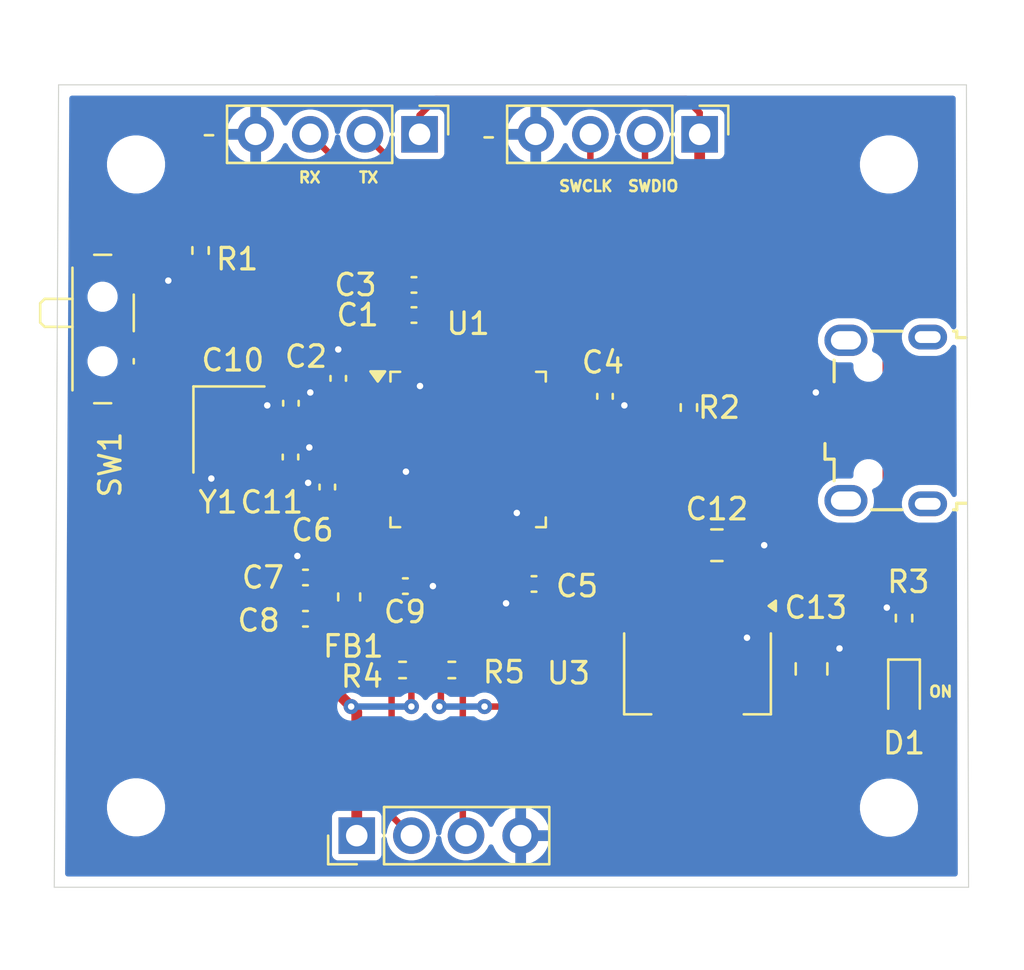
<source format=kicad_pcb>
(kicad_pcb (version 20241229) (generator "pcbnew") (generator_version "9.0")
  (layers (0 "F.Cu" signal) (2 "B.Cu" power) (13 "F.Paste" user) (15 "B.Paste" user) (5 "F.SilkS" user "F.Silkscreen") (7 "B.SilkS" user "B.Silkscreen") (1 "F.Mask" user) (3 "B.Mask" user) (25 "Edge.Cuts" user))
  (net 0 "")
  (net 1 "GND")
  (net 2 "+3.3V")
  (net 3 "+3.3VA")
  (net 4 "/NRST")
  (net 5 "/HSE_IN")
  (net 6 "/HSE_OUT")
  (net 7 "VBUS")
  (net 8 "/PWR_LED_K")
  (net 9 "/SWDIO")
  (net 10 "/SWCLK")
  (net 11 "/USB_D-")
  (net 17 "/USB_D+")
  (net 18 "/USART1_RX")
  (net 19 "/USART1_TX")
  (net 20 "/I2C2_SDA")
  (net 21 "/I2C2_SCL")
  (net 22 "Net-(SW1-B)")
  (net 23 "Net-(U1-BOOT0)")
  (footprint "Package_QFP:LQFP-48_7x7mm_P0.5mm" (layer "F.Cu") (at 120.3375 63.25)
    (property "Reference" "U1" (at 0 -5.85 0) (layer "F.SilkS"))
    (property "Value" "STM32F103C8T6")
    (fp_line (start -3.61 -3.61) (end -3.61 -3.16) (stroke (width 0.12)) (layer "F.SilkS"))
    (fp_line (start -3.61 3.61) (end -3.61 3.16) (stroke (width 0.12)) (layer "F.SilkS"))
    (fp_line (start -3.16 -3.61) (end -3.61 -3.61) (stroke (width 0.12)) (layer "F.SilkS"))
    (fp_line (start -3.16 3.61) (end -3.61 3.61) (stroke (width 0.12)) (layer "F.SilkS"))
    (fp_line (start 3.16 -3.61) (end 3.61 -3.61) (stroke (width 0.12)) (layer "F.SilkS"))
    (fp_line (start 3.16 3.61) (end 3.61 3.61) (stroke (width 0.12)) (layer "F.SilkS"))
    (fp_line (start 3.61 -3.61) (end 3.61 -3.16) (stroke (width 0.12)) (layer "F.SilkS"))
    (fp_line (start 3.61 3.61) (end 3.61 3.16) (stroke (width 0.12)) (layer "F.SilkS"))
    (fp_poly (pts (xy -4.2 -3.16) (xy -4.54 -3.63) (xy -3.86 -3.63) (xy -4.2 -3.16)) (stroke (width 0.12)) (fill yes) (layer "F.SilkS"))
    (pad "1" smd roundrect (at -4.1625 -2.75) (size 1.475 0.3) (layers "F.Cu" "F.Mask" "F.Paste") (net 2 "+3.3V"))
    (pad "2" smd roundrect (at -4.1625 -2.25) (size 1.475 0.3) (layers "F.Cu" "F.Mask" "F.Paste"))
    (pad "3" smd roundrect (at -4.1625 -1.75) (size 1.475 0.3) (layers "F.Cu" "F.Mask" "F.Paste"))
    (pad "4" smd roundrect (at -4.1625 -1.25) (size 1.475 0.3) (layers "F.Cu" "F.Mask" "F.Paste"))
    (pad "5" smd roundrect (at -4.1625 -0.75) (size 1.475 0.3) (layers "F.Cu" "F.Mask" "F.Paste") (net 5 "/HSE_IN"))
    (pad "6" smd roundrect (at -4.1625 -0.25) (size 1.475 0.3) (layers "F.Cu" "F.Mask" "F.Paste") (net 6 "/HSE_OUT"))
    (pad "7" smd roundrect (at -4.1625 0.25) (size 1.475 0.3) (layers "F.Cu" "F.Mask" "F.Paste") (net 4 "/NRST"))
    (pad "8" smd roundrect (at -4.1625 0.75) (size 1.475 0.3) (layers "F.Cu" "F.Mask" "F.Paste") (net 1 "GND"))
    (pad "9" smd roundrect (at -4.1625 1.25) (size 1.475 0.3) (layers "F.Cu" "F.Mask" "F.Paste") (net 3 "+3.3VA"))
    (pad "10" smd roundrect (at -4.1625 1.75) (size 1.475 0.3) (layers "F.Cu" "F.Mask" "F.Paste"))
    (pad "11" smd roundrect (at -4.1625 2.25) (size 1.475 0.3) (layers "F.Cu" "F.Mask" "F.Paste"))
    (pad "12" smd roundrect (at -4.1625 2.75) (size 1.475 0.3) (layers "F.Cu" "F.Mask" "F.Paste"))
    (pad "13" smd roundrect (at -2.75 4.1625) (size 0.3 1.475) (layers "F.Cu" "F.Mask" "F.Paste"))
    (pad "14" smd roundrect (at -2.25 4.1625) (size 0.3 1.475) (layers "F.Cu" "F.Mask" "F.Paste"))
    (pad "15" smd roundrect (at -1.75 4.1625) (size 0.3 1.475) (layers "F.Cu" "F.Mask" "F.Paste"))
    (pad "16" smd roundrect (at -1.25 4.1625) (size 0.3 1.475) (layers "F.Cu" "F.Mask" "F.Paste"))
    (pad "17" smd roundrect (at -0.75 4.1625) (size 0.3 1.475) (layers "F.Cu" "F.Mask" "F.Paste"))
    (pad "18" smd roundrect (at -0.25 4.1625) (size 0.3 1.475) (layers "F.Cu" "F.Mask" "F.Paste"))
    (pad "19" smd roundrect (at 0.25 4.1625) (size 0.3 1.475) (layers "F.Cu" "F.Mask" "F.Paste"))
    (pad "20" smd roundrect (at 0.75 4.1625) (size 0.3 1.475) (layers "F.Cu" "F.Mask" "F.Paste"))
    (pad "21" smd roundrect (at 1.25 4.1625) (size 0.3 1.475) (layers "F.Cu" "F.Mask" "F.Paste") (net 21 "/I2C2_SCL"))
    (pad "22" smd roundrect (at 1.75 4.1625) (size 0.3 1.475) (layers "F.Cu" "F.Mask" "F.Paste") (net 20 "/I2C2_SDA"))
    (pad "23" smd roundrect (at 2.25 4.1625) (size 0.3 1.475) (layers "F.Cu" "F.Mask" "F.Paste") (net 1 "GND"))
    (pad "24" smd roundrect (at 2.75 4.1625) (size 0.3 1.475) (layers "F.Cu" "F.Mask" "F.Paste") (net 2 "+3.3V"))
    (pad "25" smd roundrect (at 4.1625 2.75) (size 1.475 0.3) (layers "F.Cu" "F.Mask" "F.Paste"))
    (pad "26" smd roundrect (at 4.1625 2.25) (size 1.475 0.3) (layers "F.Cu" "F.Mask" "F.Paste"))
    (pad "27" smd roundrect (at 4.1625 1.75) (size 1.475 0.3) (layers "F.Cu" "F.Mask" "F.Paste"))
    (pad "28" smd roundrect (at 4.1625 1.25) (size 1.475 0.3) (layers "F.Cu" "F.Mask" "F.Paste"))
    (pad "29" smd roundrect (at 4.1625 0.75) (size 1.475 0.3) (layers "F.Cu" "F.Mask" "F.Paste"))
    (pad "30" smd roundrect (at 4.1625 0.25) (size 1.475 0.3) (layers "F.Cu" "F.Mask" "F.Paste"))
    (pad "31" smd roundrect (at 4.1625 -0.25) (size 1.475 0.3) (layers "F.Cu" "F.Mask" "F.Paste"))
    (pad "32" smd roundrect (at 4.1625 -0.75) (size 1.475 0.3) (layers "F.Cu" "F.Mask" "F.Paste") (net 11 "/USB_D-"))
    (pad "33" smd roundrect (at 4.1625 -1.25) (size 1.475 0.3) (layers "F.Cu" "F.Mask" "F.Paste") (net 17 "/USB_D+"))
    (pad "34" smd roundrect (at 4.1625 -1.75) (size 1.475 0.3) (layers "F.Cu" "F.Mask" "F.Paste") (net 9 "/SWDIO"))
    (pad "35" smd roundrect (at 4.1625 -2.25) (size 1.475 0.3) (layers "F.Cu" "F.Mask" "F.Paste") (net 1 "GND"))
    (pad "36" smd roundrect (at 4.1625 -2.75) (size 1.475 0.3) (layers "F.Cu" "F.Mask" "F.Paste") (net 2 "+3.3V"))
    (pad "37" smd roundrect (at 2.75 -4.1625) (size 0.3 1.475) (layers "F.Cu" "F.Mask" "F.Paste") (net 10 "/SWCLK"))
    (pad "38" smd roundrect (at 2.25 -4.1625) (size 0.3 1.475) (layers "F.Cu" "F.Mask" "F.Paste"))
    (pad "39" smd roundrect (at 1.75 -4.1625) (size 0.3 1.475) (layers "F.Cu" "F.Mask" "F.Paste"))
    (pad "40" smd roundrect (at 1.25 -4.1625) (size 0.3 1.475) (layers "F.Cu" "F.Mask" "F.Paste"))
    (pad "41" smd roundrect (at 0.75 -4.1625) (size 0.3 1.475) (layers "F.Cu" "F.Mask" "F.Paste"))
    (pad "42" smd roundrect (at 0.25 -4.1625) (size 0.3 1.475) (layers "F.Cu" "F.Mask" "F.Paste") (net 19 "/USART1_TX"))
    (pad "43" smd roundrect (at -0.25 -4.1625) (size 0.3 1.475) (layers "F.Cu" "F.Mask" "F.Paste") (net 18 "/USART1_RX"))
    (pad "44" smd roundrect (at -0.75 -4.1625) (size 0.3 1.475) (layers "F.Cu" "F.Mask" "F.Paste") (net 23 "Net-(U1-BOOT0)"))
    (pad "45" smd roundrect (at -1.25 -4.1625) (size 0.3 1.475) (layers "F.Cu" "F.Mask" "F.Paste"))
    (pad "46" smd roundrect (at -1.75 -4.1625) (size 0.3 1.475) (layers "F.Cu" "F.Mask" "F.Paste"))
    (pad "47" smd roundrect (at -2.25 -4.1625) (size 0.3 1.475) (layers "F.Cu" "F.Mask" "F.Paste") (net 1 "GND"))
    (pad "48" smd roundrect (at -2.75 -4.1625) (size 0.3 1.475) (layers "F.Cu" "F.Mask" "F.Paste") (net 2 "+3.3V"))
  )
  (footprint "Capacitor_SMD:C_0402_1005Metric" (layer "F.Cu") (at 112.776 69.2 180)
    (property "Reference" "C7" (at 1.976 0 0) (layer "F.SilkS"))
    (property "Value" "1uF")
    (fp_line (start -0.107836 0.36) (end 0.107836 0.36) (stroke (width 0.12)) (layer "F.SilkS"))
    (fp_line (start -0.107836 -0.36) (end 0.107836 -0.36) (stroke (width 0.12)) (layer "F.SilkS"))
    (pad "1" smd roundrect (at -0.48 0 180) (size 0.56 0.62) (layers "F.Cu" "F.Mask" "F.Paste") (net 3 "+3.3VA"))
    (pad "2" smd roundrect (at 0.48 0 180) (size 0.56 0.62) (layers "F.Cu" "F.Mask" "F.Paste") (net 1 "GND"))
  )
  (footprint "Capacitor_SMD:C_0402_1005Metric" (layer "F.Cu") (at 117.42 69.6)
    (property "Reference" "C9" (at -0.02 1.2 0) (layer "F.SilkS"))
    (property "Value" "100uF")
    (fp_line (start -0.107836 -0.36) (end 0.107836 -0.36) (stroke (width 0.12)) (layer "F.SilkS"))
    (fp_line (start -0.107836 0.36) (end 0.107836 0.36) (stroke (width 0.12)) (layer "F.SilkS"))
    (pad "1" smd roundrect (at -0.48 0) (size 0.56 0.62) (layers "F.Cu" "F.Mask" "F.Paste") (net 4 "/NRST"))
    (pad "2" smd roundrect (at 0.48 0) (size 0.56 0.62) (layers "F.Cu" "F.Mask" "F.Paste") (net 1 "GND"))
  )
  (footprint "Package_TO_SOT_SMD:SOT-223-3_TabPin2" (layer "F.Cu") (at 131 73.65 -90)
    (property "Reference" "U3" (at 0 6 180) (layer "F.SilkS"))
    (property "Value" "AMS1117-3.3")
    (fp_line (start -1.85 3.41) (end 1.91 3.41) (stroke (width 0.12)) (layer "F.SilkS"))
    (fp_line (start 1.91 3.41) (end 1.91 2.15) (stroke (width 0.12)) (layer "F.SilkS"))
    (fp_line (start -1.85 -3.41) (end 1.91 -3.41) (stroke (width 0.12)) (layer "F.SilkS"))
    (fp_line (start 1.91 -3.41) (end 1.91 -2.15) (stroke (width 0.12)) (layer "F.SilkS"))
    (fp_poly (pts (xy -3.13 -3.31) (xy -3.37 -3.64) (xy -2.89 -3.64) (xy -3.13 -3.31)) (stroke (width 0.12)) (fill yes) (layer "F.SilkS"))
    (pad "1" smd roundrect (at -3.15 -2.3 270) (size 2 1.5) (layers "F.Cu" "F.Mask" "F.Paste") (net 1 "GND"))
    (pad "2" smd roundrect (at -3.15 0 270) (size 2 1.5) (layers "F.Cu" "F.Mask" "F.Paste") (net 2 "+3.3V"))
    (pad "2" smd roundrect (at 3.15 0 270) (size 2 3.8) (layers "F.Cu" "F.Mask" "F.Paste") (net 2 "+3.3V"))
    (pad "3" smd roundrect (at -3.15 2.3 270) (size 2 1.5) (layers "F.Cu" "F.Mask" "F.Paste") (net 7 "VBUS"))
  )
  (footprint "Capacitor_SMD:C_0402_1005Metric" (layer "F.Cu") (at 126.7 60.78 -90)
    (property "Reference" "C4" (at -1.58 0.1 180) (layer "F.SilkS"))
    (property "Value" "100nF")
    (fp_line (start -0.107836 0.36) (end 0.107836 0.36) (stroke (width 0.12)) (layer "F.SilkS"))
    (fp_line (start -0.107836 -0.36) (end 0.107836 -0.36) (stroke (width 0.12)) (layer "F.SilkS"))
    (pad "1" smd roundrect (at -0.48 0 270) (size 0.56 0.62) (layers "F.Cu" "F.Mask" "F.Paste") (net 2 "+3.3V"))
    (pad "2" smd roundrect (at 0.48 0 270) (size 0.56 0.62) (layers "F.Cu" "F.Mask" "F.Paste") (net 1 "GND"))
  )
  (footprint "Capacitor_SMD:C_0402_1005Metric" (layer "F.Cu") (at 123.4 69.5 180)
    (property "Reference" "C5" (at -2 -0.1 0) (layer "F.SilkS"))
    (property "Value" "100nF")
    (fp_line (start -0.107836 0.36) (end 0.107836 0.36) (stroke (width 0.12)) (layer "F.SilkS"))
    (fp_line (start -0.107836 -0.36) (end 0.107836 -0.36) (stroke (width 0.12)) (layer "F.SilkS"))
    (pad "1" smd roundrect (at -0.48 0 180) (size 0.56 0.62) (layers "F.Cu" "F.Mask" "F.Paste") (net 2 "+3.3V"))
    (pad "2" smd roundrect (at 0.48 0 180) (size 0.56 0.62) (layers "F.Cu" "F.Mask" "F.Paste") (net 1 "GND"))
  )
  (footprint "Connector_USB:USB_Micro-B_Wuerth_629105150521" (layer "F.Cu") (at 139.75 61.9 90)
    (property "Reference" "J2")
    (property "Value" "USB_B_Micro")
    (fp_line (start -1.075 -2.825) (end -1.8 -2.825) (stroke (width 0.15)) (layer "F.SilkS"))
    (fp_line (start -1.8 -2.825) (end -1.8 -2.4) (stroke (width 0.15)) (layer "F.SilkS"))
    (fp_line (start 1.8 -2.4) (end 2.8 -2.4) (stroke (width 0.15)) (layer "F.SilkS"))
    (fp_line (start -1.8 -2.4) (end -2.8 -2.4) (stroke (width 0.15)) (layer "F.SilkS"))
    (fp_line (start -4.15 -0.65) (end -4.15 0.75) (stroke (width 0.15)) (layer "F.SilkS"))
    (fp_line (start 4.15 0.75) (end 4.15 -0.65) (stroke (width 0.15)) (layer "F.SilkS"))
    (fp_line (start -4.15 3.15) (end -4.15 3.3) (stroke (width 0.15)) (layer "F.SilkS"))
    (fp_line (start 4.15 3.3) (end 4.15 3.15) (stroke (width 0.15)) (layer "F.SilkS"))
    (fp_line (start 3.85 3.3) (end 4.15 3.3) (stroke (width 0.15)) (layer "F.SilkS"))
    (fp_line (start -3.85 3.3) (end -3.85 3.75) (stroke (width 0.15)) (layer "F.SilkS"))
    (fp_line (start -4.15 3.3) (end -3.85 3.3) (stroke (width 0.15)) (layer "F.SilkS"))
    (fp_line (start 3.85 3.75) (end 3.85 3.3) (stroke (width 0.15)) (layer "F.SilkS"))
    (pad "" np_thru_hole oval (at -2.5 -0.8 90) (size 0.8 0.8) (drill 0.8) (layers "*.Cu" "*.Mask"))
    (pad "" np_thru_hole oval (at 2.5 -0.8 90) (size 0.8 0.8) (drill 0.8) (layers "*.Cu" "*.Mask"))
    (pad "1" smd rect (at -1.3 -1.9 90) (size 0.45 1.3) (layers "F.Cu" "F.Mask" "F.Paste") (net 7 "VBUS"))
    (pad "2" smd rect (at -0.65 -1.9 90) (size 0.45 1.3) (layers "F.Cu" "F.Mask" "F.Paste") (net 11 "/USB_D-"))
    (pad "3" smd rect (at 0 -1.9 90) (size 0.45 1.3) (layers "F.Cu" "F.Mask" "F.Paste") (net 17 "/USB_D+"))
    (pad "4" smd rect (at 0.65 -1.9 90) (size 0.45 1.3) (layers "F.Cu" "F.Mask" "F.Paste"))
    (pad "5" smd rect (at 1.3 -1.9 90) (size 0.45 1.3) (layers "F.Cu" "F.Mask" "F.Paste") (net 1 "GND"))
    (pad "6" thru_hole oval (at -3.875 1.95 90) (size 1.15 1.8) (drill oval 0.55 1.2) (property pad_prop_heatsink) (layers "*.Cu" "*.Mask"))
    (pad "6" thru_hole oval (at -3.725 -1.85 90) (size 1.45 2) (drill oval 0.85 1.4) (property pad_prop_heatsink) (layers "*.Cu" "*.Mask"))
    (pad "6" thru_hole oval (at 3.725 -1.85 90) (size 1.45 2) (drill oval 0.85 1.4) (property pad_prop_heatsink) (layers "*.Cu" "*.Mask"))
    (pad "6" thru_hole oval (at 3.875 1.95 90) (size 1.15 1.8) (drill oval 0.55 1.2) (property pad_prop_heatsink) (layers "*.Cu" "*.Mask"))
  )
  (footprint "MountingHole:MountingHole_2.2mm_M2" (layer "F.Cu") (at 104.9 79.883705)
    (property "Reference" "H4")
    (property "Value" "MountingHole")
    (pad "" np_thru_hole circle (at 0 0) (size 2.2 2.2) (drill 2.2) (layers "*.Cu" "*.Mask"))
  )
  (footprint "MountingHole:MountingHole_2.2mm_M2" (layer "F.Cu") (at 139.9 50)
    (property "Reference" "H2")
    (property "Value" "MountingHole")
    (pad "" np_thru_hole circle (at 0 0) (size 2.2 2.2) (drill 2.2) (layers "*.Cu" "*.Mask"))
  )
  (footprint "Connector_PinHeader_2.54mm:PinHeader_1x04_P2.54mm_Vertical" (layer "F.Cu") (at 115.16 81.2 90)
    (property "Reference" "J4")
    (property "Value" "Conn_01x04_Pin")
    (fp_line (start -1.33 -1.33) (end 0 -1.33) (stroke (width 0.12)) (layer "F.SilkS"))
    (fp_line (start -1.33 0) (end -1.33 -1.33) (stroke (width 0.12)) (layer "F.SilkS"))
    (fp_line (start 1.33 1.27) (end 1.33 8.95) (stroke (width 0.12)) (layer "F.SilkS"))
    (fp_line (start -1.33 1.27) (end 1.33 1.27) (stroke (width 0.12)) (layer "F.SilkS"))
    (fp_line (start -1.33 1.27) (end -1.33 8.95) (stroke (width 0.12)) (layer "F.SilkS"))
    (fp_line (start -1.33 8.95) (end 1.33 8.95) (stroke (width 0.12)) (layer "F.SilkS"))
    (pad "1" thru_hole rect (at 0 0 90) (size 1.7 1.7) (drill 1) (layers "*.Cu" "*.Mask") (net 2 "+3.3V"))
    (pad "2" thru_hole oval (at 0 2.54 90) (size 1.7 1.7) (drill 1) (layers "*.Cu" "*.Mask") (net 21 "/I2C2_SCL"))
    (pad "3" thru_hole oval (at 0 5.08 90) (size 1.7 1.7) (drill 1) (layers "*.Cu" "*.Mask") (net 20 "/I2C2_SDA"))
    (pad "4" thru_hole oval (at 0 7.62 90) (size 1.7 1.7) (drill 1) (layers "*.Cu" "*.Mask") (net 1 "GND"))
  )
  (footprint "Resistor_SMD:R_0402_1005Metric" (layer "F.Cu") (at 130.6 61.3 -90)
    (property "Reference" "R2" (at 0 -1.4 180) (layer "F.SilkS"))
    (property "Value" "1K5")
    (fp_line (start -0.153641 0.38) (end 0.153641 0.38) (stroke (width 0.12)) (layer "F.SilkS"))
    (fp_line (start -0.153641 -0.38) (end 0.153641 -0.38) (stroke (width 0.12)) (layer "F.SilkS"))
    (pad "1" smd roundrect (at -0.51 0 270) (size 0.54 0.64) (layers "F.Cu" "F.Mask" "F.Paste") (net 2 "+3.3V"))
    (pad "2" smd roundrect (at 0.51 0 270) (size 0.54 0.64) (layers "F.Cu" "F.Mask" "F.Paste") (net 17 "/USB_D+"))
  )
  (footprint "Capacitor_SMD:C_0805_2012Metric" (layer "F.Cu") (at 131.9 67.7)
    (property "Reference" "C12" (at 0 -1.68 0) (layer "F.SilkS"))
    (property "Value" "22uF")
    (fp_line (start -0.261252 -0.735) (end 0.261252 -0.735) (stroke (width 0.12)) (layer "F.SilkS"))
    (fp_line (start -0.261252 0.735) (end 0.261252 0.735) (stroke (width 0.12)) (layer "F.SilkS"))
    (pad "1" smd roundrect (at -0.95 0) (size 1 1.45) (layers "F.Cu" "F.Mask" "F.Paste") (net 7 "VBUS"))
    (pad "2" smd roundrect (at 0.95 0) (size 1 1.45) (layers "F.Cu" "F.Mask" "F.Paste") (net 1 "GND"))
  )
  (footprint "Crystal:Crystal_SMD_3225-4Pin_3.2x2.5mm" (layer "F.Cu") (at 109.218 62.32 -90)
    (property "Reference" "Y1" (at 3.384 0.506 180) (layer "F.SilkS"))
    (property "Value" "16GHz")
    (fp_line (start -2 1.65) (end 2 1.65) (stroke (width 0.12)) (layer "F.SilkS"))
    (fp_line (start -2 -1.65) (end -2 1.65) (stroke (width 0.12)) (layer "F.SilkS"))
    (pad "1" smd rect (at -1.1 0.85 270) (size 1.4 1.2) (layers "F.Cu" "F.Mask" "F.Paste") (net 5 "/HSE_IN"))
    (pad "2" smd rect (at 1.1 0.85 270) (size 1.4 1.2) (layers "F.Cu" "F.Mask" "F.Paste") (net 1 "GND"))
    (pad "3" smd rect (at 1.1 -0.85 270) (size 1.4 1.2) (layers "F.Cu" "F.Mask" "F.Paste") (net 6 "/HSE_OUT"))
    (pad "4" smd rect (at -1.1 -0.85 270) (size 1.4 1.2) (layers "F.Cu" "F.Mask" "F.Paste") (net 1 "GND"))
  )
  (footprint "Capacitor_SMD:C_0402_1005Metric" (layer "F.Cu") (at 113.792 64.996 90)
    (property "Reference" "C6" (at -2.004 -0.692 180) (layer "F.SilkS"))
    (property "Value" "10nF")
    (fp_line (start -0.107836 -0.36) (end 0.107836 -0.36) (stroke (width 0.12)) (layer "F.SilkS"))
    (fp_line (start -0.107836 0.36) (end 0.107836 0.36) (stroke (width 0.12)) (layer "F.SilkS"))
    (pad "1" smd roundrect (at -0.48 0 90) (size 0.56 0.62) (layers "F.Cu" "F.Mask" "F.Paste") (net 3 "+3.3VA"))
    (pad "2" smd roundrect (at 0.48 0 90) (size 0.56 0.62) (layers "F.Cu" "F.Mask" "F.Paste") (net 1 "GND"))
  )
  (footprint "Connector_PinHeader_2.54mm:PinHeader_1x04_P2.54mm_Vertical" (layer "F.Cu") (at 131.1 48.6 -90)
    (property "Reference" "J1")
    (property "Value" "Conn_01x04_Pin")
    (fp_line (start -1.33 8.95) (end 1.33 8.95) (stroke (width 0.12)) (layer "F.SilkS"))
    (fp_line (start -1.33 1.27) (end -1.33 8.95) (stroke (width 0.12)) (layer "F.SilkS"))
    (fp_line (start -1.33 1.27) (end 1.33 1.27) (stroke (width 0.12)) (layer "F.SilkS"))
    (fp_line (start 1.33 1.27) (end 1.33 8.95) (stroke (width 0.12)) (layer "F.SilkS"))
    (fp_line (start -1.33 0) (end -1.33 -1.33) (stroke (width 0.12)) (layer "F.SilkS"))
    (fp_line (start -1.33 -1.33) (end 0 -1.33) (stroke (width 0.12)) (layer "F.SilkS"))
    (pad "1" thru_hole rect (at 0 0 270) (size 1.7 1.7) (drill 1) (layers "*.Cu" "*.Mask") (net 2 "+3.3V"))
    (pad "2" thru_hole oval (at 0 2.54 270) (size 1.7 1.7) (drill 1) (layers "*.Cu" "*.Mask") (net 9 "/SWDIO"))
    (pad "3" thru_hole oval (at 0 5.08 270) (size 1.7 1.7) (drill 1) (layers "*.Cu" "*.Mask") (net 10 "/SWCLK"))
    (pad "4" thru_hole oval (at 0 7.62 270) (size 1.7 1.7) (drill 1) (layers "*.Cu" "*.Mask") (net 1 "GND"))
  )
  (footprint "Capacitor_SMD:C_0402_1005Metric" (layer "F.Cu") (at 117.82 55.6)
    (property "Reference" "C3" (at -2.72 0 0) (layer "F.SilkS"))
    (property "Value" "100nF")
    (fp_line (start -0.107836 -0.36) (end 0.107836 -0.36) (stroke (width 0.12)) (layer "F.SilkS"))
    (fp_line (start -0.107836 0.36) (end 0.107836 0.36) (stroke (width 0.12)) (layer "F.SilkS"))
    (pad "1" smd roundrect (at -0.48 0) (size 0.56 0.62) (layers "F.Cu" "F.Mask" "F.Paste") (net 2 "+3.3V"))
    (pad "2" smd roundrect (at 0.48 0) (size 0.56 0.62) (layers "F.Cu" "F.Mask" "F.Paste") (net 1 "GND"))
  )
  (footprint "Resistor_SMD:R_0402_1005Metric" (layer "F.Cu") (at 140.6 71.09 90)
    (property "Reference" "R3" (at 1.69 0.2 180) (layer "F.SilkS"))
    (property "Value" "1K5")
    (fp_line (start -0.153641 -0.38) (end 0.153641 -0.38) (stroke (width 0.12)) (layer "F.SilkS"))
    (fp_line (start -0.153641 0.38) (end 0.153641 0.38) (stroke (width 0.12)) (layer "F.SilkS"))
    (pad "1" smd roundrect (at -0.51 0 90) (size 0.54 0.64) (layers "F.Cu" "F.Mask" "F.Paste") (net 8 "/PWR_LED_K"))
    (pad "2" smd roundrect (at 0.51 0 90) (size 0.54 0.64) (layers "F.Cu" "F.Mask" "F.Paste") (net 1 "GND"))
  )
  (footprint "Capacitor_SMD:C_0402_1005Metric" (layer "F.Cu") (at 114.3 59.944 90)
    (property "Reference" "C2" (at 1.016 -1.5 180) (layer "F.SilkS"))
    (property "Value" "100nF")
    (fp_line (start -0.107836 -0.36) (end 0.107836 -0.36) (stroke (width 0.12)) (layer "F.SilkS"))
    (fp_line (start -0.107836 0.36) (end 0.107836 0.36) (stroke (width 0.12)) (layer "F.SilkS"))
    (pad "1" smd roundrect (at -0.48 0 90) (size 0.56 0.62) (layers "F.Cu" "F.Mask" "F.Paste") (net 2 "+3.3V"))
    (pad "2" smd roundrect (at 0.48 0 90) (size 0.56 0.62) (layers "F.Cu" "F.Mask" "F.Paste") (net 1 "GND"))
  )
  (footprint "Resistor_SMD:R_0402_1005Metric" (layer "F.Cu") (at 117.29 73.5 180)
    (property "Reference" "R4" (at 1.89 -0.3 0) (layer "F.SilkS"))
    (property "Value" "1K5")
    (fp_line (start -0.153641 0.38) (end 0.153641 0.38) (stroke (width 0.12)) (layer "F.SilkS"))
    (fp_line (start -0.153641 -0.38) (end 0.153641 -0.38) (stroke (width 0.12)) (layer "F.SilkS"))
    (pad "1" smd roundrect (at -0.51 0 180) (size 0.54 0.64) (layers "F.Cu" "F.Mask" "F.Paste") (net 2 "+3.3V"))
    (pad "2" smd roundrect (at 0.51 0 180) (size 0.54 0.64) (layers "F.Cu" "F.Mask" "F.Paste") (net 21 "/I2C2_SCL"))
  )
  (footprint "MountingHole:MountingHole_2.2mm_M2" (layer "F.Cu") (at 104.9 50)
    (property "Reference" "H1")
    (property "Value" "MountingHole")
    (pad "" np_thru_hole circle (at 0 0) (size 2.2 2.2) (drill 2.2) (layers "*.Cu" "*.Mask"))
  )
  (footprint "Capacitor_SMD:C_0402_1005Metric" (layer "F.Cu") (at 112.776 71.12 180)
    (property "Reference" "C8" (at 2.176 -0.08 0) (layer "F.SilkS"))
    (property "Value" "1uF")
    (fp_line (start -0.107836 0.36) (end 0.107836 0.36) (stroke (width 0.12)) (layer "F.SilkS"))
    (fp_line (start -0.107836 -0.36) (end 0.107836 -0.36) (stroke (width 0.12)) (layer "F.SilkS"))
    (pad "1" smd roundrect (at -0.48 0 180) (size 0.56 0.62) (layers "F.Cu" "F.Mask" "F.Paste") (net 2 "+3.3V"))
    (pad "2" smd roundrect (at 0.48 0 180) (size 0.56 0.62) (layers "F.Cu" "F.Mask" "F.Paste") (net 1 "GND"))
  )
  (footprint "Capacitor_SMD:C_0402_1005Metric" (layer "F.Cu") (at 112.1 61.1 90)
    (property "Reference" "C10" (at 2 -2.7 180) (layer "F.SilkS"))
    (property "Value" "10pF")
    (fp_line (start -0.107836 -0.36) (end 0.107836 -0.36) (stroke (width 0.12)) (layer "F.SilkS"))
    (fp_line (start -0.107836 0.36) (end 0.107836 0.36) (stroke (width 0.12)) (layer "F.SilkS"))
    (pad "1" smd roundrect (at -0.48 0 90) (size 0.56 0.62) (layers "F.Cu" "F.Mask" "F.Paste") (net 5 "/HSE_IN"))
    (pad "2" smd roundrect (at 0.48 0 90) (size 0.56 0.62) (layers "F.Cu" "F.Mask" "F.Paste") (net 1 "GND"))
  )
  (footprint "Capacitor_SMD:C_0402_1005Metric" (layer "F.Cu") (at 112.08 63.6 90)
    (property "Reference" "C11" (at -2.104 -0.868 180) (layer "F.SilkS"))
    (property "Value" "10pF")
    (fp_line (start -0.107836 -0.36) (end 0.107836 -0.36) (stroke (width 0.12)) (layer "F.SilkS"))
    (fp_line (start -0.107836 0.36) (end 0.107836 0.36) (stroke (width 0.12)) (layer "F.SilkS"))
    (pad "1" smd roundrect (at -0.48 0 90) (size 0.56 0.62) (layers "F.Cu" "F.Mask" "F.Paste") (net 6 "/HSE_OUT"))
    (pad "2" smd roundrect (at 0.48 0 90) (size 0.56 0.62) (layers "F.Cu" "F.Mask" "F.Paste") (net 1 "GND"))
  )
  (footprint "Inductor_SMD:L_0603_1608Metric" (layer "F.Cu") (at 114.808 70.104 -90)
    (property "Reference" "FB1" (at 2.296 -0.192 180) (layer "F.SilkS"))
    (property "Value" "120R")
    (fp_line (start -0.162779 0.51) (end 0.162779 0.51) (stroke (width 0.12)) (layer "F.SilkS"))
    (fp_line (start -0.162779 -0.51) (end 0.162779 -0.51) (stroke (width 0.12)) (layer "F.SilkS"))
    (pad "1" smd roundrect (at -0.7875 0 270) (size 0.875 0.95) (layers "F.Cu" "F.Mask" "F.Paste") (net 3 "+3.3VA"))
    (pad "2" smd roundrect (at 0.7875 0 270) (size 0.875 0.95) (layers "F.Cu" "F.Mask" "F.Paste") (net 2 "+3.3V"))
  )
  (footprint "MountingHole:MountingHole_2.2mm_M2" (layer "F.Cu") (at 139.9 79.9)
    (property "Reference" "H3")
    (property "Value" "MountingHole")
    (pad "" np_thru_hole circle (at 0 0) (size 2.2 2.2) (drill 2.2) (layers "*.Cu" "*.Mask"))
  )
  (footprint "Resistor_SMD:R_0402_1005Metric" (layer "F.Cu") (at 119.58 73.5)
    (property "Reference" "R5" (at 2.42 0.1 0) (layer "F.SilkS"))
    (property "Value" "1K5")
    (fp_line (start -0.153641 -0.38) (end 0.153641 -0.38) (stroke (width 0.12)) (layer "F.SilkS"))
    (fp_line (start -0.153641 0.38) (end 0.153641 0.38) (stroke (width 0.12)) (layer "F.SilkS"))
    (pad "1" smd roundrect (at -0.51 0) (size 0.54 0.64) (layers "F.Cu" "F.Mask" "F.Paste") (net 2 "+3.3V"))
    (pad "2" smd roundrect (at 0.51 0) (size 0.54 0.64) (layers "F.Cu" "F.Mask" "F.Paste") (net 20 "/I2C2_SDA"))
  )
  (footprint "Resistor_SMD:R_0402_1005Metric" (layer "F.Cu") (at 107.9 54 90)
    (property "Reference" "R1" (at -0.4 1.7 180) (layer "F.SilkS"))
    (property "Value" "10K")
    (fp_line (start -0.153641 -0.38) (end 0.153641 -0.38) (stroke (width 0.12)) (layer "F.SilkS"))
    (fp_line (start -0.153641 0.38) (end 0.153641 0.38) (stroke (width 0.12)) (layer "F.SilkS"))
    (pad "1" smd roundrect (at -0.51 0 90) (size 0.54 0.64) (layers "F.Cu" "F.Mask" "F.Paste") (net 22 "Net-(SW1-B)"))
    (pad "2" smd roundrect (at 0.51 0 90) (size 0.54 0.64) (layers "F.Cu" "F.Mask" "F.Paste") (net 23 "Net-(U1-BOOT0)"))
  )
  (footprint "Button_Switch_SMD:SW_SPDT_PCM12" (layer "F.Cu") (at 103.675 57.65 -90)
    (property "Reference" "SW1" (at 6.3 -0.025 90) (layer "F.SilkS"))
    (property "Value" "SW_SPDT")
    (fp_line (start -1.2 3.23) (end -0.3 3.23) (stroke (width 0.12)) (layer "F.SilkS"))
    (fp_line (start -1.4 3.02) (end -1.2 3.23) (stroke (width 0.12)) (layer "F.SilkS"))
    (fp_line (start -0.1 3.02) (end -0.3 3.23) (stroke (width 0.12)) (layer "F.SilkS"))
    (fp_line (start -0.1 3.02) (end -0.1 1.73) (stroke (width 0.12)) (layer "F.SilkS"))
    (fp_line (start -2.85 1.73) (end 2.85 1.73) (stroke (width 0.12)) (layer "F.SilkS"))
    (fp_line (start -1.4 1.73) (end -1.4 3.02) (stroke (width 0.12)) (layer "F.SilkS"))
    (fp_line (start 3.45 0.72) (end 3.45 -0.07) (stroke (width 0.12)) (layer "F.SilkS"))
    (fp_line (start -3.45 -0.07) (end -3.45 0.72) (stroke (width 0.12)) (layer "F.SilkS"))
    (fp_line (start -1.6 -1.12) (end 0.1 -1.12) (stroke (width 0.12)) (layer "F.SilkS"))
    (fp_line (start 1.4 -1.12) (end 1.6 -1.12) (stroke (width 0.12)) (layer "F.SilkS"))
    (pad "" smd rect (at -3.65 -0.78 270) (size 1 0.8) (layers "F.Cu" "F.Mask" "F.Paste"))
    (pad "" smd rect (at -3.65 1.43 270) (size 1 0.8) (layers "F.Cu" "F.Mask" "F.Paste"))
    (pad "" np_thru_hole circle (at -1.5 0.33 270) (size 0.9 0.9) (drill 0.9) (layers "*.Cu" "*.Mask"))
    (pad "" np_thru_hole circle (at 1.5 0.33 270) (size 0.9 0.9) (drill 0.9) (layers "*.Cu" "*.Mask"))
    (pad "" smd rect (at 3.65 -0.78 270) (size 1 0.8) (layers "F.Cu" "F.Mask" "F.Paste"))
    (pad "" smd rect (at 3.65 1.43 270) (size 1 0.8) (layers "F.Cu" "F.Mask" "F.Paste"))
    (pad "1" smd rect (at -2.25 -1.43 270) (size 0.7 1.5) (layers "F.Cu" "F.Mask" "F.Paste") (net 1 "GND"))
    (pad "2" smd rect (at 0.75 -1.43 270) (size 0.7 1.5) (layers "F.Cu" "F.Mask" "F.Paste") (net 22 "Net-(SW1-B)"))
    (pad "3" smd rect (at 2.25 -1.43 270) (size 0.7 1.5) (layers "F.Cu" "F.Mask" "F.Paste") (net 2 "+3.3V"))
  )
  (footprint "Capacitor_SMD:C_0805_2012Metric" (layer "F.Cu") (at 136.3 73.45 90)
    (property "Reference" "C13" (at 2.85 0.2 180) (layer "F.SilkS"))
    (property "Value" "22uF")
    (fp_line (start -0.261252 -0.735) (end 0.261252 -0.735) (stroke (width 0.12)) (layer "F.SilkS"))
    (fp_line (start -0.261252 0.735) (end 0.261252 0.735) (stroke (width 0.12)) (layer "F.SilkS"))
    (pad "1" smd roundrect (at -0.95 0 90) (size 1 1.45) (layers "F.Cu" "F.Mask" "F.Paste") (net 2 "+3.3V"))
    (pad "2" smd roundrect (at 0.95 0 90) (size 1 1.45) (layers "F.Cu" "F.Mask" "F.Paste") (net 1 "GND"))
  )
  (footprint "Connector_PinHeader_2.54mm:PinHeader_1x04_P2.54mm_Vertical" (layer "F.Cu") (at 118.08 48.6 -90)
    (property "Reference" "J3")
    (property "Value" "Conn_01x04_Pin")
    (fp_line (start -1.33 8.95) (end 1.33 8.95) (stroke (width 0.12)) (layer "F.SilkS"))
    (fp_line (start -1.33 1.27) (end -1.33 8.95) (stroke (width 0.12)) (layer "F.SilkS"))
    (fp_line (start -1.33 1.27) (end 1.33 1.27) (stroke (width 0.12)) (layer "F.SilkS"))
    (fp_line (start 1.33 1.27) (end 1.33 8.95) (stroke (width 0.12)) (layer "F.SilkS"))
    (fp_line (start -1.33 0) (end -1.33 -1.33) (stroke (width 0.12)) (layer "F.SilkS"))
    (fp_line (start -1.33 -1.33) (end 0 -1.33) (stroke (width 0.12)) (layer "F.SilkS"))
    (pad "1" thru_hole rect (at 0 0 270) (size 1.7 1.7) (drill 1) (layers "*.Cu" "*.Mask") (net 2 "+3.3V"))
    (pad "2" thru_hole oval (at 0 2.54 270) (size 1.7 1.7) (drill 1) (layers "*.Cu" "*.Mask") (net 19 "/USART1_TX"))
    (pad "3" thru_hole oval (at 0 5.08 270) (size 1.7 1.7) (drill 1) (layers "*.Cu" "*.Mask") (net 18 "/USART1_RX"))
    (pad "4" thru_hole oval (at 0 7.62 270) (size 1.7 1.7) (drill 1) (layers "*.Cu" "*.Mask") (net 1 "GND"))
  )
  (footprint "LED_SMD:LED_0603_1608Metric" (layer "F.Cu") (at 140.6 74.5 -90)
    (property "Reference" "D1" (at 2.4 0 180) (layer "F.SilkS"))
    (property "Value" "LED")
    (fp_line (start -1.485 0.735) (end 0.8 0.735) (stroke (width 0.12)) (layer "F.SilkS"))
    (fp_line (start -1.485 -0.735) (end -1.485 0.735) (stroke (width 0.12)) (layer "F.SilkS"))
    (fp_line (start 0.8 -0.735) (end -1.485 -0.735) (stroke (width 0.12)) (layer "F.SilkS"))
    (pad "1" smd roundrect (at -0.7875 0 270) (size 0.875 0.95) (layers "F.Cu" "F.Mask" "F.Paste") (net 8 "/PWR_LED_K"))
    (pad "2" smd roundrect (at 0.7875 0 270) (size 0.875 0.95) (layers "F.Cu" "F.Mask" "F.Paste") (net 2 "+3.3V"))
  )
  (footprint "Capacitor_SMD:C_0402_1005Metric" (layer "F.Cu") (at 117.82 57)
    (property "Reference" "C1" (at -2.62 0 0) (layer "F.SilkS"))
    (property "Value" "10uF")
    (fp_line (start -0.107836 -0.36) (end 0.107836 -0.36) (stroke (width 0.12)) (layer "F.SilkS"))
    (fp_line (start -0.107836 0.36) (end 0.107836 0.36) (stroke (width 0.12)) (layer "F.SilkS"))
    (pad "1" smd roundrect (at -0.48 0) (size 0.56 0.62) (layers "F.Cu" "F.Mask" "F.Paste") (net 2 "+3.3V"))
    (pad "2" smd roundrect (at 0.48 0) (size 0.56 0.62) (layers "F.Cu" "F.Mask" "F.Paste") (net 1 "GND"))
  )
  (gr_line (start 101.1 83.6) (end 101.3 46.3) (stroke (width 0.05)) (layer "Edge.Cuts"))
  (gr_line (start 101.3 46.3) (end 143.5 46.3) (stroke (width 0.05)) (layer "Edge.Cuts"))
  (gr_line (start 143.5 46.3) (end 143.6 83.6) (stroke (width 0.05)) (layer "Edge.Cuts"))
  (gr_line (start 143.6 83.6) (end 101.1 83.6) (stroke (width 0.05)) (layer "Edge.Cuts"))
  (gr_text "ON\n" (at 141.7 74.8 0) (layer "F.SilkS") (effects (font (size 0.5 0.5) (thickness 0.125) (bold yes)) (justify left bottom)))
  (gr_text "-\n" (at 120.9 49 0) (layer "F.SilkS") (effects (font (size 0.5 0.5) (thickness 0.125) (bold yes)) (justify left bottom)))
  (gr_text "SWDIO\n" (at 127.7 51.3 0) (layer "F.SilkS") (effects (font (size 0.5 0.5) (thickness 0.125) (bold yes)) (justify left bottom)))
  (gr_text "RX" (at 112.4 50.9 0) (layer "F.SilkS") (effects (font (size 0.5 0.5) (thickness 0.125) (bold yes)) (justify left bottom)))
  (gr_text "-\n" (at 107.9 48.9 0) (layer "F.SilkS") (effects (font (size 0.5 0.5) (thickness 0.125) (bold yes)) (justify left bottom)))
  (gr_text "TX" (at 115.2 50.9 0) (layer "F.SilkS") (effects (font (size 0.5 0.5) (thickness 0.125) (bold yes)) (justify left bottom)))
  (gr_text "SWCLK" (at 124.5 51.3 0) (layer "F.SilkS") (effects (font (size 0.5 0.5) (thickness 0.125) (bold yes)) (justify left bottom)))
  (segment (start 133.4 68.25) (end 133.4 69.2) (width 0.5) (layer "F.Cu") (net 1))
  (segment (start 113.2 64.6) (end 113 64.8) (width 0.3) (layer "F.Cu") (net 1))
  (segment (start 108.368 64.568) (end 108.4 64.6) (width 0.5) (layer "F.Cu") (net 1))
  (segment (start 108.368 63.42) (end 108.368 64.568) (width 0.5) (layer "F.Cu") (net 1))
  (segment (start 125.5 61) (end 125.76 61.26) (width 0.3) (layer "F.Cu") (net 1))
  (segment (start 105.4 55.4) (end 106.4 55.4) (width 0.3) (layer "F.Cu") (net 1))
  (segment (start 118.3 57.9) (end 118.3 57) (width 0.3) (layer "F.Cu") (net 1))
  (segment (start 139.82 70.58) (end 139.8 70.6) (width 0.5) (layer "F.Cu") (net 1))
  (segment (start 127.54 61.26) (end 127.6 61.2) (width 0.3) (layer "F.Cu") (net 1))
  (segment (start 118.0875 59.0875) (end 118.0875 58.1125) (width 0.3) (layer "F.Cu") (net 1))
  (segment (start 117.9 69.6) (end 118.7 69.6) (width 0.5) (layer "F.Cu") (net 1))
  (segment (start 136.3 72.5) (end 137.6 72.5) (width 0.5) (layer "F.Cu") (net 1))
  (segment (start 122.5875 69.1675) (end 122.92 69.5) (width 0.3) (layer "F.Cu") (net 1))
  (segment (start 124.5 61) (end 125.5 61) (width 0.3) (layer "F.Cu") (net 1))
  (segment (start 133.3 69.3) (end 133.3 70.5) (width 0.5) (layer "F.Cu") (net 1))
  (segment (start 118.0875 58.1125) (end 118.3 57.9) (width 0.3) (layer "F.Cu") (net 1))
  (segment (start 110.98 61.22) (end 111 61.2) (width 0.5) (layer "F.Cu") (net 1))
  (segment (start 112.98 60.62) (end 113 60.6) (width 0.5) (layer "F.Cu") (net 1))
  (segment (start 113.284 64.516) (end 113.2 64.6) (width 0.3) (layer "F.Cu") (net 1))
  (segment (start 132.85 67.7) (end 134.1 67.7) (width 0.5) (layer "F.Cu") (net 1))
  (segment (start 113.792 64.516) (end 114.484 64.516) (width 0.3) (layer "F.Cu") (net 1))
  (segment (start 134.3 70.5) (end 136.3 72.5) (width 0.5) (layer "F.Cu") (net 1))
  (segment (start 112.296 68.304) (end 112.4 68.2) (width 0.5) (layer "F.Cu") (net 1))
  (segment (start 112.296 69.2) (end 112.296 71.12) (width 0.5) (layer "F.Cu") (net 1))
  (segment (start 122.5875 67.4125) (end 122.5875 69.1675) (width 0.3) (layer "F.Cu") (net 1))
  (segment (start 118.0875 59.0875) (end 118.0875 60.2875) (width 0.3) (layer "F.Cu") (net 1))
  (segment (start 118.3 57) (end 118.3 55.6) (width 0.3) (layer "F.Cu") (net 1))
  (segment (start 113 64.8) (end 112.9 64.8) (width 0.3) (layer "F.Cu") (net 1))
  (segment (start 133.4 69.2) (end 133.3 69.3) (width 0.5) (layer "F.Cu") (net 1))
  (segment (start 114.484 64.516) (end 115 64) (width 0.3) (layer "F.Cu") (net 1))
  (segment (start 125.76 61.26) (end 126.7 61.26) (width 0.3) (layer "F.Cu") (net 1))
  (segment (start 137.85 60.6) (end 136.5 60.6) (width 0.3) (layer "F.Cu") (net 1))
  (segment (start 126.7 61.26) (end 127.54 61.26) (width 0.3) (layer "F.Cu") (net 1))
  (segment (start 140.6 70.58) (end 139.82 70.58) (width 0.5) (layer "F.Cu") (net 1))
  (segment (start 133.3 70.5) (end 133.3 72) (width 0.5) (layer "F.Cu") (net 1))
  (segment (start 122.5875 66.2125) (end 122.6 66.2) (width 0.3) (layer "F.Cu") (net 1))
  (segment (start 118.0875 60.2875) (end 118.1 60.3) (width 0.3) (layer "F.Cu") (net 1))
  (segment (start 122.92 69.5) (end 122.92 69.58) (width 0.3) (layer "F.Cu") (net 1))
  (segment (start 122.92 69.58) (end 122.1 70.4) (width 0.3) (layer "F.Cu") (net 1))
  (segment (start 117.164745 64) (end 117.446129 64.281384) (width 0.3) (layer "F.Cu") (net 1))
  (segment (start 105.105 55.4) (end 105.4 55.4) (width 0.3) (layer "F.Cu") (net 1))
  (segment (start 112.1 60.62) (end 112.98 60.62) (width 0.5) (layer "F.Cu") (net 1))
  (segment (start 113.792 64.516) (end 113.284 64.516) (width 0.3) (layer "F.Cu") (net 1))
  (segment (start 115 64) (end 116.175 64) (width 0.3) (layer "F.Cu") (net 1))
  (segment (start 112.92 63.12) (end 112.955025 63.155025) (width 0.5) (layer "F.Cu") (net 1))
  (segment (start 133.3 70.5) (end 134.3 70.5) (width 0.5) (layer "F.Cu") (net 1))
  (segment (start 112.08 63.12) (end 112.92 63.12) (width 0.5) (layer "F.Cu") (net 1))
  (segment (start 116.175 64) (end 117.164745 64) (width 0.3) (layer "F.Cu") (net 1))
  (segment (start 132.85 67.7) (end 133.4 68.25) (width 0.5) (layer "F.Cu") (net 1))
  (segment (start 122.5875 67.4125) (end 122.5875 66.2125) (width 0.3) (layer "F.Cu") (net 1))
  (segment (start 110.068 61.22) (end 110.98 61.22) (width 0.5) (layer "F.Cu") (net 1))
  (segment (start 112.296 69.2) (end 112.296 68.304) (width 0.5) (layer "F.Cu") (net 1))
  (segment (start 114.3 59.464) (end 114.3 58.6) (width 0.5) (layer "F.Cu") (net 1))
  (via (at 112.955025 63.155025) (size 0.7) (drill 0.3) (layers "F.Cu" "B.Cu") (net 1))
  (via (at 112.9 64.8) (size 0.7) (drill 0.3) (layers "F.Cu" "B.Cu") (net 1))
  (via (at 127.6 61.2) (size 0.7) (drill 0.3) (layers "F.Cu" "B.Cu") (net 1))
  (via (at 118.1 60.3) (size 0.7) (drill 0.3) (layers "F.Cu" "B.Cu") (net 1))
  (via (at 114.3 58.6) (size 0.7) (drill 0.3) (layers "F.Cu" "B.Cu") (net 1))
  (via (at 137.6 72.5) (size 0.7) (drill 0.3) (layers "F.Cu" "B.Cu") (net 1))
  (via (at 139.8 70.6) (size 0.7) (drill 0.3) (layers "F.Cu" "B.Cu") (net 1))
  (via (at 134.1 67.7) (size 0.7) (drill 0.3) (layers "F.Cu" "B.Cu") (net 1))
  (via (at 113 60.6) (size 0.7) (drill 0.3) (layers "F.Cu" "B.Cu") (net 1))
  (via (at 106.4 55.4) (size 0.7) (drill 0.3) (layers "F.Cu" "B.Cu") (net 1))
  (via (at 122.1 70.4) (size 0.7) (drill 0.3) (layers "F.Cu" "B.Cu") (net 1))
  (via (at 117.446129 64.281384) (size 0.7) (drill 0.3) (layers "F.Cu" "B.Cu") (net 1))
  (via (at 118.7 69.6) (size 0.7) (drill 0.3) (layers "F.Cu" "B.Cu") (net 1))
  (via (at 111 61.2) (size 0.7) (drill 0.3) (layers "F.Cu" "B.Cu") (net 1))
  (via (at 112.4 68.2) (size 0.7) (drill 0.3) (layers "F.Cu" "B.Cu") (net 1))
  (via (at 108.4 64.6) (size 0.7) (drill 0.3) (layers "F.Cu" "B.Cu") (net 1))
  (via (at 122.6 66.2) (size 0.7) (drill 0.3) (layers "F.Cu" "B.Cu") (net 1))
  (via (at 133.3 72) (size 0.7) (drill 0.3) (layers "F.Cu" "B.Cu") (net 1))
  (via (at 136.5 60.6) (size 0.7) (drill 0.3) (layers "F.Cu" "B.Cu") (net 1))
  (segment (start 113.256 71.12) (end 113.256 73.2) (width 0.5) (layer "F.Cu") (net 2))
  (segment (start 117.5875 58.0875) (end 117.34 57.84) (width 0.3) (layer "F.Cu") (net 2))
  (segment (start 131 73.7) (end 131 75.1) (width 0.5) (layer "F.Cu") (net 2))
  (segment (start 136.675 76.8) (end 138.1875 75.2875) (width 0.5) (layer "F.Cu") (net 2))
  (segment (start 116.099 60.424) (end 116.175 60.5) (width 0.3) (layer "F.Cu") (net 2))
  (segment (start 123.88 69.08) (end 123.88 69.5) (width 0.3) (layer "F.Cu") (net 2))
  (segment (start 123.3 75.2) (end 130.9 75.2) (width 0.3) (layer "F.Cu") (net 2))
  (segment (start 109.5 73.2) (end 105.7 69.4) (width 0.5) (layer "F.Cu") (net 2))
  (segment (start 117.34 57.84) (end 117.34 57) (width 0.3) (layer "F.Cu") (net 2))
  (segment (start 133.6 54.4) (end 131.1 51.9) (width 0.5) (layer "F.Cu") (net 2))
  (segment (start 116.2 54.4) (end 117.34 55.54) (width 0.3) (layer "F.Cu") (net 2))
  (segment (start 131.1 51.9) (end 131.1 48.6) (width 0.5) (layer "F.Cu") (net 2))
  (segment (start 113.256 73.2) (end 109.5 73.2) (width 0.5) (layer "F.Cu") (net 2))
  (segment (start 117.34 57) (end 117.34 55.6) (width 0.3) (layer "F.Cu") (net 2))
  (segment (start 123.0875 67.4125) (end 123.0875 68.2875) (width 0.3) (layer "F.Cu") (net 2))
  (segment (start 114.3 60.424) (end 116.099 60.424) (width 0.3) (layer "F.Cu") (net 2))
  (segment (start 136.3 74.4) (end 137.3 74.4) (width 0.5) (layer "F.Cu") (net 2))
  (segment (start 114 54.4) (end 116.2 54.4) (width 0.3) (layer "F.Cu") (net 2))
  (segment (start 131 70.5) (end 131 73.7) (width 0.5) (layer "F.Cu") (net 2))
  (segment (start 105.105 59.9) (end 106.3 59.9) (width 0.3) (layer "F.Cu") (net 2))
  (segment (start 139.851 56.351) (end 137.9 54.4) (width 0.5) (layer "F.Cu") (net 2))
  (segment (start 110.3 55.9) (end 112.5 55.9) (width 0.3) (layer "F.Cu") (net 2))
  (segment (start 114.25174 60.424) (end 114.3 60.424) (width 0.3) (layer "F.Cu") (net 2))
  (segment (start 113.256 73.2) (end 113.256 73.556) (width 0.5) (layer "F.Cu") (net 2))
  (segment (start 113.72774 59.9) (end 114.25174 60.424) (width 0.3) (layer "F.Cu") (net 2))
  (segment (start 136.3 74.4) (end 136.3 75.4) (width 0.5) (layer "F.Cu") (net 2))
  (segment (start 123.88 69.5) (end 123.88 74.62) (width 0.3) (layer "F.Cu") (net 2))
  (segment (start 131 75.1) (end 131 76.8) (width 0.5) (layer "F.Cu") (net 2))
  (segment (start 130.6 60.79) (end 130.6 52.4) (width 0.5) (layer "F.Cu") (net 2))
  (segment (start 123.88 74.62) (end 123.3 75.2) (width 0.3) (layer "F.Cu") (net 2))
  (segment (start 117.7 75.2) (end 117.7 73.6) (width 0.3) (layer "F.Cu") (net 2))
  (segment (start 134.9 76.8) (end 134.6 76.8) (width 0.5) (layer "F.Cu") (net 2))
  (segment (start 119.07 75.13) (end 119 75.2) (width 0.3) (layer "F.Cu") (net 2))
  (segment (start 123.0875 68.2875) (end 123.88 69.08) (width 0.3) (layer "F.Cu") (net 2))
  (segment (start 126.7 60.3) (end 130.11 60.3) (width 0.3) (layer "F.Cu") (net 2))
  (segment (start 124.5 60.5) (end 125.6 60.5) (width 0.3) (layer "F.Cu") (net 2))
  (segment (start 130.6 52.4) (end 131.1 51.9) (width 0.5) (layer "F.Cu") (net 2))
  (segment (start 125.6 60.5) (end 125.8 60.3) (width 0.3) (layer "F.Cu") (net 2))
  (segment (start 137.9 54.4) (end 133.6 54.4) (width 0.5) (layer "F.Cu") (net 2))
  (segment (start 136.3 75.4) (end 134.9 76.8) (width 0.5) (layer "F.Cu") (net 2))
  (segment (start 138.1875 75.2875) (end 138.8 75.2875) (width 0.5) (layer "F.Cu") (net 2))
  (segment (start 113.256 71.12) (end 114.5795 71.12) (width 0.5) (layer "F.Cu") (net 2))
  (segment (start 105.7 60.495) (end 105.105 59.9) (width 0.5) (layer "F.Cu") (net 2))
  (segment (start 105.7 69.4) (end 105.7 60.495) (width 0.5) (layer "F.Cu") (net 2))
  (segment (start 106.3 59.9) (end 110.3 55.9) (width 0.3) (layer "F.Cu") (net 2))
  (segment (start 131.1 48.6) (end 131.1 47.6) (width 0.3) (layer "F.Cu") (net 2))
  (segment (start 115.16 75.46) (end 114.9 75.2) (width 0.5) (layer "F.Cu") (net 2))
  (segment (start 130.451 46.951) (end 118.849 46.951) (width 0.3) (layer "F.Cu") (net 2))
  (segment (start 130.11 60.3) (end 130.6 60.79) (width 0.3) (layer "F.Cu") (net 2))
  (segment (start 113.256 73.556) (end 114.9 75.2) (width 0.5) (layer "F.Cu") (net 2))
  (segment (start 138.8 75.2875) (end 140.6 75.2875) (width 0.5) (layer "F.Cu") (net 2))
  (segment (start 117.34 55.54) (end 117.34 55.6) (width 0.3) (layer "F.Cu") (net 2))
  (segment (start 117.7 73.6) (end 117.8 73.5) (width 0.3) (layer "F.Cu") (net 2))
  (segment (start 118.08 47.72) (end 118.08 48.6) (width 0.3) (layer "F.Cu") (net 2))
  (segment (start 134.6 76.8) (end 136.675 76.8) (width 0.5) (layer "F.Cu") (net 2))
  (segment (start 134.6 76.8) (end 131 76.8) (width 0.5) (layer "F.Cu") (net 2))
  (segment (start 137.3 74.4) (end 138.1875 75.2875) (width 0.5) (layer "F.Cu") (net 2))
  (segment (start 131.1 47.6) (end 130.451 46.951) (width 0.3) (layer "F.Cu") (net 2))
  (segment (start 138.8 75.2875) (end 138.8 68) (width 0.5) (layer "F.Cu") (net 2))
  (segment (start 117.5875 59.0875) (end 117.5875 58.0875) (width 0.3) (layer "F.Cu") (net 2))
  (segment (start 114.5795 71.12) (end 114.808 70.8915) (width 0.5) (layer "F.Cu") (net 2))
  (segment (start 125.8 60.3) (end 126.7 60.3) (width 0.3) (layer "F.Cu") (net 2))
  (segment (start 121.1 75.2) (end 123.3 75.2) (width 0.3) (layer "F.Cu") (net 2))
  (segment (start 112.5 55.9) (end 114 54.4) (width 0.3) (layer "F.Cu") (net 2))
  (segment (start 105.105 59.9) (end 113.72774 59.9) (width 0.3) (layer "F.Cu") (net 2))
  (segment (start 130.9 75.2) (end 131 75.1) (width 0.3) (layer "F.Cu") (net 2))
  (segment (start 115.16 81.2) (end 115.16 75.46) (width 0.5) (layer "F.Cu") (net 2))
  (segment (start 138.8 68) (end 139.851 66.949) (width 0.5) (layer "F.Cu") (net 2))
  (segment (start 119.07 73.5) (end 119.07 75.13) (width 0.3) (layer "F.Cu") (net 2))
  (segment (start 139.851 66.949) (end 139.851 56.351) (width 0.5) (layer "F.Cu") (net 2))
  (segment (start 118.849 46.951) (end 118.08 47.72) (width 0.3) (layer "F.Cu") (net 2))
  (segment (start 117.8 73.5) (end 119.07 73.5) (width 0.3) (layer "F.Cu") (net 2))
  (via (at 117.7 75.2) (size 0.7) (drill 0.3) (layers "F.Cu" "B.Cu") (net 2))
  (via (at 121.1 75.2) (size 0.7) (drill 0.3) (layers "F.Cu" "B.Cu") (net 2))
  (via (at 119 75.2) (size 0.7) (drill 0.3) (layers "F.Cu" "B.Cu") (net 2))
  (via (at 114.9 75.2) (size 0.7) (drill 0.3) (layers "F.Cu" "B.Cu") (net 2))
  (segment (start 114.9 75.2) (end 117.7 75.2) (width 0.3) (layer "B.Cu") (net 2))
  (segment (start 119 75.2) (end 121.1 75.2) (width 0.3) (layer "B.Cu") (net 2))
  (segment (start 113.792 65.476) (end 114.324 65.476) (width 0.3) (layer "F.Cu") (net 3))
  (segment (start 114.808 69.3165) (end 114.808 66.492) (width 0.5) (layer "F.Cu") (net 3))
  (segment (start 113.256 69.2) (end 114.6915 69.2) (width 0.5) (layer "F.Cu") (net 3))
  (segment (start 115.3 64.5) (end 116.175 64.5) (width 0.3) (layer "F.Cu") (net 3))
  (segment (start 114.324 65.476) (end 115.3 64.5) (width 0.3) (layer "F.Cu") (net 3))
  (segment (start 114.808 66.492) (end 113.792 65.476) (width 0.5) (layer "F.Cu") (net 3))
  (segment (start 114.6915 69.2) (end 114.808 69.3165) (width 0.5) (layer "F.Cu") (net 3))
  (segment (start 118.1 63.5) (end 118.6 64) (width 0.3) (layer "F.Cu") (net 4))
  (segment (start 116.4 67.117034) (end 116.4 69.06) (width 0.3) (layer "F.Cu") (net 4))
  (segment (start 118.6 64.917034) (end 116.4 67.117034) (width 0.3) (layer "F.Cu") (net 4))
  (segment (start 116.175 63.5) (end 118.1 63.5) (width 0.3) (layer "F.Cu") (net 4))
  (segment (start 116.4 69.06) (end 116.94 69.6) (width 0.3) (layer "F.Cu") (net 4))
  (segment (start 118.6 64) (end 118.6 64.917034) (width 0.3) (layer "F.Cu") (net 4))
  (segment (start 114.18 61.58) (end 112.1 61.58) (width 0.3) (layer "F.Cu") (net 5))
  (segment (start 116.175 62.5) (end 115.1 62.5) (width 0.3) (layer "F.Cu") (net 5))
  (segment (start 112.1 61.58) (end 111.38 62.3) (width 0.3) (layer "F.Cu") (net 5))
  (segment (start 111.38 62.3) (end 109.146 62.3) (width 0.3) (layer "F.Cu") (net 5))
  (segment (start 109.146 62.3) (end 108.368 61.522) (width 0.3) (layer "F.Cu") (net 5))
  (segment (start 108.368 61.522) (end 108.368 61.22) (width 0.3) (layer "F.Cu") (net 5))
  (segment (start 115.1 62.5) (end 114.18 61.58) (width 0.3) (layer "F.Cu") (net 5))
  (segment (start 113.02 64.08) (end 112.08 64.08) (width 0.3) (layer "F.Cu") (net 6))
  (segment (start 110.728 64.08) (end 110.068 63.42) (width 0.3) (layer "F.Cu") (net 6))
  (segment (start 112.08 64.08) (end 110.728 64.08) (width 0.3) (layer "F.Cu") (net 6))
  (segment (start 116.175 63) (end 114.1 63) (width 0.3) (layer "F.Cu") (net 6))
  (segment (start 114.1 63) (end 113.02 64.08) (width 0.3) (layer "F.Cu") (net 6))
  (segment (start 132.4 63.2) (end 130.95 64.65) (width 0.3) (layer "F.Cu") (net 7))
  (segment (start 129.3 67.7) (end 128.7 68.3) (width 0.5) (layer "F.Cu") (net 7))
  (segment (start 128.7 68.3) (end 128.7 70.5) (width 0.5) (layer "F.Cu") (net 7))
  (segment (start 130.95 67.7) (end 129.3 67.7) (width 0.5) (layer "F.Cu") (net 7))
  (segment (start 137.85 63.2) (end 132.4 63.2) (width 0.3) (layer "F.Cu") (net 7))
  (segment (start 130.95 64.65) (end 130.95 67.7) (width 0.3) (layer "F.Cu") (net 7))
  (segment (start 140.6 73.7125) (end 140.6 71.6) (width 0.3) (layer "F.Cu") (net 8))
  (segment (start 123.3 60.3) (end 128.56 55.04) (width 0.3) (layer "F.Cu") (net 9))
  (segment (start 123.6 61.5) (end 123.3 61.2) (width 0.3) (layer "F.Cu") (net 9))
  (segment (start 124.5 61.5) (end 123.6 61.5) (width 0.3) (layer "F.Cu") (net 9))
  (segment (start 128.56 55.04) (end 128.56 48.6) (width 0.3) (layer "F.Cu") (net 9))
  (segment (start 123.3 61.2) (end 123.3 60.3) (width 0.3) (layer "F.Cu") (net 9))
  (segment (start 123.1 59) (end 123.1 58) (width 0.3) (layer "F.Cu") (net 10))
  (segment (start 123.1 58) (end 126.02 55.08) (width 0.3) (layer "F.Cu") (net 10))
  (segment (start 126.02 55.08) (end 126.02 48.6) (width 0.3) (layer "F.Cu") (net 10))
  (segment (start 123.0875 59.0125) (end 123.1 59) (width 0.3) (layer "F.Cu") (net 10))
  (segment (start 123.0875 59.0875) (end 123.0875 59.0125) (width 0.3) (layer "F.Cu") (net 10))
  (segment (start 124.55 62.45) (end 136.774999 62.45) (width 0.2) (layer "F.Cu") (net 11))
  (segment (start 136.874999 62.55) (end 137.85 62.55) (width 0.2) (layer "F.Cu") (net 11))
  (segment (start 124.5 62.5) (end 124.55 62.45) (width 0.2) (layer "F.Cu") (net 11))
  (segment (start 136.774999 62.45) (end 136.874999 62.55) (width 0.2) (layer "F.Cu") (net 11))
  (segment (start 136.774999 62) (end 136.874999 61.9) (width 0.2) (layer "F.Cu") (net 17))
  (segment (start 124.5 62) (end 136.774999 62) (width 0.2) (layer "F.Cu") (net 17))
  (segment (start 136.874999 61.9) (end 137.85 61.9) (width 0.2) (layer "F.Cu") (net 17))
  (segment (start 120.0875 59.0875) (end 120.0875 57.5125) (width 0.3) (layer "F.Cu") (net 18))
  (segment (start 120.6 52.8) (end 119.2 51.4) (width 0.3) (layer "F.Cu") (net 18))
  (segment (start 115.8 51.4) (end 113 48.6) (width 0.3) (layer "F.Cu") (net 18))
  (segment (start 120.6 57) (end 120.6 52.8) (width 0.3) (layer "F.Cu") (net 18))
  (segment (start 119.2 51.4) (end 115.8 51.4) (width 0.3) (layer "F.Cu") (net 18))
  (segment (start 120.0875 57.5125) (end 120.6 57) (width 0.3) (layer "F.Cu") (net 18))
  (segment (start 117.5 50.6) (end 117.5 50.56) (width 0.3) (layer "F.Cu") (net 19))
  (segment (start 121.6 52.1) (end 120.1 50.6) (width 0.3) (layer "F.Cu") (net 19))
  (segment (start 117.5 50.56) (end 115.54 48.6) (width 0.3) (layer "F.Cu") (net 19))
  (segment (start 120.1 50.6) (end 117.5 50.6) (width 0.3) (layer "F.Cu") (net 19))
  (segment (start 120.5875 59.0875) (end 120.5875 58.2125) (width 0.3) (layer "F.Cu") (net 19))
  (segment (start 120.5875 58.2125) (end 121.6 57.2) (width 0.3) (layer "F.Cu") (net 19))
  (segment (start 121.6 57.2) (end 121.6 52.1) (width 0.3) (layer "F.Cu") (net 19))
  (segment (start 122.0875 69.4125) (end 120.09 71.41) (width 0.3) (layer "F.Cu") (net 20))
  (segment (start 120.09 73.5) (end 120.09 81.05) (width 0.3) (layer "F.Cu") (net 20))
  (segment (start 122.0875 67.4125) (end 122.0875 69.4125) (width 0.3) (layer "F.Cu") (net 20))
  (segment (start 120.09 81.05) (end 120.24 81.2) (width 0.3) (layer "F.Cu") (net 20))
  (segment (start 120.09 71.41) (end 120.09 73.5) (width 0.3) (layer "F.Cu") (net 20))
  (segment (start 121.5875 68.3125) (end 118.5 71.4) (width 0.3) (layer "F.Cu") (net 21))
  (segment (start 116.78 72.02) (end 116.78 73.5) (width 0.3) (layer "F.Cu") (net 21))
  (segment (start 121.5875 67.4125) (end 121.5875 68.3125) (width 0.3) (layer "F.Cu") (net 21))
  (segment (start 116.78 80.28) (end 117.7 81.2) (width 0.3) (layer "F.Cu") (net 21))
  (segment (start 118.5 71.4) (end 117.4 71.4) (width 0.3) (layer "F.Cu") (net 21))
  (segment (start 117.4 71.4) (end 116.78 72.02) (width 0.3) (layer "F.Cu") (net 21))
  (segment (start 116.78 73.5) (end 116.78 80.28) (width 0.3) (layer "F.Cu") (net 21))
  (segment (start 105.105 58.4) (end 106.3 58.4) (width 0.3) (layer "F.Cu") (net 22))
  (segment (start 107.9 56.8) (end 107.9 54.51) (width 0.3) (layer "F.Cu") (net 22))
  (segment (start 106.3 58.4) (end 107.9 56.8) (width 0.3) (layer "F.Cu") (net 22))
  (segment (start 110.71 53.49) (end 111 53.2) (width 0.3) (layer "F.Cu") (net 23))
  (segment (start 119.5 53.2) (end 111 53.2) (width 0.3) (layer "F.Cu") (net 23))
  (segment (start 119.5875 53.2875) (end 119.5 53.2) (width 0.3) (layer "F.Cu") (net 23))
  (segment (start 119.5875 59.0875) (end 119.5875 53.2875) (width 0.3) (layer "F.Cu") (net 23))
  (segment (start 107.9 53.49) (end 110.71 53.49) (width 0.3) (layer "F.Cu") (net 23))
  (zone (net 1) (net_name "GND") (layer "B.Cu") (connect_pads (clearance 0.3)) (min_thickness 0.25) (fill yes (thermal_gap 0.5) (thermal_bridge_width 0.5))
    (polygon (pts (xy 101.3 46.3) (xy 143.5 46.3) (xy 143.6 83.6) (xy 101.1 83.6)))
  )
)
</source>
